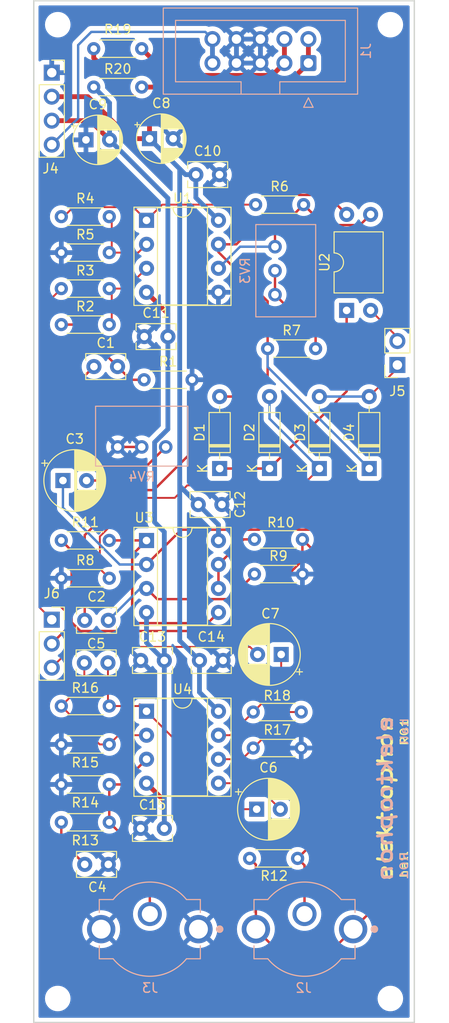
<source format=kicad_pcb>
(kicad_pcb (version 20221018) (generator pcbnew)
  (title_block (title "hall") (rev "1") (comment 1 "PCB  for main circuit") (comment 2 "(description)") (comment 4 "License CC BY 4.0 - Attribution 4.0 International"))
  (layers (0 "F.Cu" signal) (31 "B.Cu" signal) (34 "B.Paste" user) (35 "F.Paste" user) (36 "B.SilkS" user "B.Silkscreen") (37 "F.SilkS" user "F.Silkscreen") (38 "B.Mask" user) (39 "F.Mask" user) (44 "Edge.Cuts" user))
  (net 0 "")
  (net 1 "/IN")
  (net 2 "Net-(C1-Pad2)")
  (net 3 "Net-(U3A-+)")
  (net 4 "Net-(J2-Ext)")
  (net 5 "Net-(C3-Pad2)")
  (net 6 "Net-(C4-Pad1)")
  (net 7 "GND")
  (net 8 "Net-(U4A--)")
  (net 9 "Net-(C5-Pad2)")
  (net 10 "Net-(U4B-+)")
  (net 11 "Net-(C7-Pad1)")
  (net 12 "+15V")
  (net 13 "-15V")
  (net 14 "Net-(D1-K)")
  (net 15 "Net-(D1-A)")
  (net 16 "Net-(D2-A)")
  (net 17 "/LED1")
  (net 18 "/VN")
  (net 19 "/VP")
  (net 20 "+5V")
  (net 21 "Net-(J2-In)")
  (net 22 "Net-(J3-In)")
  (net 23 "/REVERB")
  (net 24 "/FB2")
  (net 25 "/LED2")
  (net 26 "Net-(U1A-+)")
  (net 27 "Net-(R4-Pad1)")
  (net 28 "Net-(U1A--)")
  (net 29 "Net-(U1B--)")
  (net 30 "Net-(U3B--)")
  (net 31 "Net-(U3B-+)")
  (net 32 "Net-(U4B--)")
  (net 33 "Net-(R7-Pad2)")
  (footprint "MountingHole:MountingHole_2.2mm_M2" (layer "F.Cu") (at 88.56 53.34)
    (fp_text reference "H2" hide)
    (fp_text value "H2" hide)
    (pad "" np_thru_hole circle locked (at 0 0) (size 2.2 2.2) (drill 2.2) (layers "*.Cu" "*.Mask"))
  )
  (footprint "MountingHole:MountingHole_2.2mm_M2" (layer "F.Cu") (at 53.34 156.44)
    (fp_text reference "H3" hide)
    (fp_text value "H3" hide)
    (pad "" np_thru_hole circle locked (at 0 0) (size 2.2 2.2) (drill 2.2) (layers "*.Cu" "*.Mask"))
  )
  (footprint "MountingHole:MountingHole_2.2mm_M2" (layer "F.Cu") (at 88.56 156.44)
    (fp_text reference "H4" hide)
    (fp_text value "H4" hide)
    (pad "" np_thru_hole circle locked (at 0 0) (size 2.2 2.2) (drill 2.2) (layers "*.Cu" "*.Mask"))
  )
  (footprint "Capacitor_THT:CP_Radial_D6.3mm_P2.50mm" (layer "F.Cu") (at 53.888 101.6)
    (fp_text reference "C3" (at 1.25 -4.4) (layer "F.SilkS"))
    (fp_text value "10u (NP)")
    (pad "1" thru_hole rect (at 0 0) (size 1.6 1.6) (drill 0.8) (layers "*.Cu" "*.Mask") (net 4 "Net-(J2-Ext)"))
    (pad "2" thru_hole circle (at 2.5 0) (size 1.6 1.6) (drill 0.8) (layers "*.Cu" "*.Mask") (net 5 "Net-(C3-Pad2)"))
  )
  (footprint "Connector_PinSocket_2.54mm:PinSocket_1x04_P2.54mm_Vertical" (layer "F.Cu") (at 52.705 58.42)
    (fp_text reference "J4" (at -0.127 10.16) (layer "F.SilkS"))
    (fp_text value "01x04 Female")
    (pad "1" thru_hole rect (at 0 0) (size 1.7 1.7) (drill 1) (layers "*.Cu" "*.Mask") (net 7 "GND"))
    (pad "2" thru_hole oval (at 0 2.54) (size 1.7 1.7) (drill 1) (layers "*.Cu" "*.Mask") (net 12 "+15V"))
    (pad "3" thru_hole oval (at 0 5.08) (size 1.7 1.7) (drill 1) (layers "*.Cu" "*.Mask") (net 13 "-15V"))
    (pad "4" thru_hole oval (at 0 7.62) (size 1.7 1.7) (drill 1) (layers "*.Cu" "*.Mask") (net 20 "+5V"))
  )
  (footprint "Diode_THT:D_DO-35_SOD27_P7.62mm_Horizontal" (layer "F.Cu") (at 75.763333 100.33 90)
    (fp_text reference "D2" (at 3.81 -2.12 90) (layer "F.SilkS"))
    (fp_text value "1N4148")
    (fp_text user "K" (at 0 -1.8 90) (layer "F.SilkS"))
    (pad "1" thru_hole rect (at 0 0 90) (size 1.6 1.6) (drill 0.8) (layers "*.Cu" "*.Mask") (net 14 "Net-(D1-K)"))
    (pad "2" thru_hole oval (at 7.62 0 90) (size 1.6 1.6) (drill 0.8) (layers "*.Cu" "*.Mask") (net 16 "Net-(D2-A)"))
  )
  (footprint "Package_DIP:DIP-8_W7.62mm_Socket" (layer "F.Cu") (at 62.738 74.051)
    (fp_text reference "U1" (at 3.81 -2.33) (layer "F.SilkS"))
    (fp_text value "NE5532")
    (pad "1" thru_hole rect (at 0 0) (size 1.6 1.6) (drill 0.8) (layers "*.Cu" "*.Mask") (net 27 "Net-(R4-Pad1)"))
    (pad "2" thru_hole oval (at 0 2.54) (size 1.6 1.6) (drill 0.8) (layers "*.Cu" "*.Mask") (net 28 "Net-(U1A--)"))
    (pad "3" thru_hole oval (at 0 5.08) (size 1.6 1.6) (drill 0.8) (layers "*.Cu" "*.Mask") (net 26 "Net-(U1A-+)"))
    (pad "4" thru_hole oval (at 0 7.62) (size 1.6 1.6) (drill 0.8) (layers "*.Cu" "*.Mask") (net 13 "-15V"))
    (pad "5" thru_hole oval (at 7.62 7.62) (size 1.6 1.6) (drill 0.8) (layers "*.Cu" "*.Mask") (net 7 "GND"))
    (pad "6" thru_hole oval (at 7.62 5.08) (size 1.6 1.6) (drill 0.8) (layers "*.Cu" "*.Mask") (net 29 "Net-(U1B--)"))
    (pad "7" thru_hole oval (at 7.62 2.54) (size 1.6 1.6) (drill 0.8) (layers "*.Cu" "*.Mask") (net 15 "Net-(D1-A)"))
    (pad "8" thru_hole oval (at 7.62 0) (size 1.6 1.6) (drill 0.8) (layers "*.Cu" "*.Mask") (net 12 "+15V"))
  )
  (footprint "Package_DIP:DIP-8_W7.62mm_Socket" (layer "F.Cu") (at 62.738 126.026)
    (fp_text reference "U4" (at 3.81 -2.33) (layer "F.SilkS"))
    (fp_text value "NE5532")
    (pad "1" thru_hole rect (at 0 0) (size 1.6 1.6) (drill 0.8) (layers "*.Cu" "*.Mask") (net 9 "Net-(C5-Pad2)"))
    (pad "2" thru_hole oval (at 0 2.54) (size 1.6 1.6) (drill 0.8) (layers "*.Cu" "*.Mask") (net 8 "Net-(U4A--)"))
    (pad "3" thru_hole oval (at 0 5.08) (size 1.6 1.6) (drill 0.8) (layers "*.Cu" "*.Mask") (net 22 "Net-(J3-In)"))
    (pad "4" thru_hole oval (at 0 7.62) (size 1.6 1.6) (drill 0.8) (layers "*.Cu" "*.Mask") (net 13 "-15V"))
    (pad "5" thru_hole oval (at 7.62 7.62) (size 1.6 1.6) (drill 0.8) (layers "*.Cu" "*.Mask") (net 10 "Net-(U4B-+)"))
    (pad "6" thru_hole oval (at 7.62 5.08) (size 1.6 1.6) (drill 0.8) (layers "*.Cu" "*.Mask") (net 32 "Net-(U4B--)"))
    (pad "7" thru_hole oval (at 7.62 2.54) (size 1.6 1.6) (drill 0.8) (layers "*.Cu" "*.Mask") (net 11 "Net-(C7-Pad1)"))
    (pad "8" thru_hole oval (at 7.62 0) (size 1.6 1.6) (drill 0.8) (layers "*.Cu" "*.Mask") (net 12 "+15V"))
  )
  (footprint "Capacitor_THT:C_Rect_L4.0mm_W2.5mm_P2.50mm" (layer "F.Cu") (at 62.504 86.36)
    (fp_text reference "C11" (at 1.25 -2.5) (layer "F.SilkS"))
    (fp_text value "100n")
    (pad "1" thru_hole circle (at 0 0) (size 1.6 1.6) (drill 0.8) (layers "*.Cu" "*.Mask") (net 7 "GND"))
    (pad "2" thru_hole circle (at 2.5 0) (size 1.6 1.6) (drill 0.8) (layers "*.Cu" "*.Mask") (net 13 "-15V"))
  )
  (footprint "Diode_THT:D_DO-35_SOD27_P7.62mm_Horizontal" (layer "F.Cu") (at 86.32 100.33 90)
    (fp_text reference "D4" (at 3.81 -2.12 90) (layer "F.SilkS"))
    (fp_text value "1N4148")
    (fp_text user "K" (at 0 -1.8 90) (layer "F.SilkS"))
    (pad "1" thru_hole rect (at 0 0 90) (size 1.6 1.6) (drill 0.8) (layers "*.Cu" "*.Mask") (net 15 "Net-(D1-A)"))
    (pad "2" thru_hole oval (at 7.62 0 90) (size 1.6 1.6) (drill 0.8) (layers "*.Cu" "*.Mask") (net 17 "/LED1"))
  )
  (footprint "Resistor_THT:R_Axial_DIN0204_L3.6mm_D1.6mm_P5.08mm_Horizontal" (layer "F.Cu") (at 53.715 125.476)
    (fp_text reference "R16" (at 2.54 -1.92) (layer "F.SilkS"))
    (fp_text value "22k")
    (pad "1" thru_hole circle (at 0 0) (size 1.4 1.4) (drill 0.7) (layers "*.Cu" "*.Mask") (net 8 "Net-(U4A--)"))
    (pad "2" thru_hole oval (at 5.08 0) (size 1.4 1.4) (drill 0.7) (layers "*.Cu" "*.Mask") (net 9 "Net-(C5-Pad2)"))
  )
  (footprint "Resistor_THT:R_Axial_DIN0204_L3.6mm_D1.6mm_P5.08mm_Horizontal" (layer "F.Cu") (at 58.795 111.94625 180)
    (fp_text reference "R8" (at 2.54 1.905) (layer "F.SilkS"))
    (fp_text value "100")
    (pad "1" thru_hole circle (at 0 0 180) (size 1.4 1.4) (drill 0.7) (layers "*.Cu" "*.Mask") (net 16 "Net-(D2-A)"))
    (pad "2" thru_hole oval (at 5.08 0 180) (size 1.4 1.4) (drill 0.7) (layers "*.Cu" "*.Mask") (net 7 "GND"))
  )
  (footprint "Resistor_THT:R_Axial_DIN0204_L3.6mm_D1.6mm_P5.08mm_Horizontal" (layer "F.Cu") (at 53.715 85.09)
    (fp_text reference "R2" (at 2.54 -1.92) (layer "F.SilkS"))
    (fp_text value "10k")
    (pad "1" thru_hole circle (at 0 0) (size 1.4 1.4) (drill 0.7) (layers "*.Cu" "*.Mask") (net 2 "Net-(C1-Pad2)"))
    (pad "2" thru_hole oval (at 5.08 0) (size 1.4 1.4) (drill 0.7) (layers "*.Cu" "*.Mask") (net 26 "Net-(U1A-+)"))
  )
  (footprint "Capacitor_THT:C_Rect_L4.0mm_W2.5mm_P2.50mm" (layer "F.Cu") (at 56.154 120.904)
    (fp_text reference "C5" (at 1.25 -2.032) (layer "F.SilkS"))
    (fp_text value "1n")
    (pad "1" thru_hole circle (at 0 0) (size 1.6 1.6) (drill 0.8) (layers "*.Cu" "*.Mask") (net 8 "Net-(U4A--)"))
    (pad "2" thru_hole circle (at 2.5 0) (size 1.6 1.6) (drill 0.8) (layers "*.Cu" "*.Mask") (net 9 "Net-(C5-Pad2)"))
  )
  (footprint "Capacitor_THT:C_Rect_L4.0mm_W2.5mm_P2.50mm" (layer "F.Cu") (at 68.219 104.14)
    (fp_text reference "C12" (at 4.425 0 90) (layer "F.SilkS"))
    (fp_text value "100n")
    (pad "1" thru_hole circle (at 0 0) (size 1.6 1.6) (drill 0.8) (layers "*.Cu" "*.Mask") (net 12 "+15V"))
    (pad "2" thru_hole circle (at 2.5 0) (size 1.6 1.6) (drill 0.8) (layers "*.Cu" "*.Mask") (net 7 "GND"))
  )
  (footprint "Capacitor_THT:CP_Radial_D6.3mm_P2.50mm" (layer "F.Cu") (at 77.00138 120.015 180)
    (fp_text reference "C7" (at 1.143 4.318 180) (layer "F.SilkS"))
    (fp_text value "10u (NP)")
    (pad "1" thru_hole rect (at 0 0 180) (size 1.6 1.6) (drill 0.8) (layers "*.Cu" "*.Mask") (net 11 "Net-(C7-Pad1)"))
    (pad "2" thru_hole circle (at 2.5 0 180) (size 1.6 1.6) (drill 0.8) (layers "*.Cu" "*.Mask") (net 23 "/REVERB"))
  )
  (footprint "Resistor_THT:R_Axial_DIN0204_L3.6mm_D1.6mm_P5.08mm_Horizontal" (layer "F.Cu") (at 74.295 72.39)
    (fp_text reference "R6" (at 2.54 -1.92) (layer "F.SilkS"))
    (fp_text value "10k")
    (pad "1" thru_hole circle (at 0 0) (size 1.4 1.4) (drill 0.7) (layers "*.Cu" "*.Mask") (net 27 "Net-(R4-Pad1)"))
    (pad "2" thru_hole oval (at 5.08 0) (size 1.4 1.4) (drill 0.7) (layers "*.Cu" "*.Mask") (net 29 "Net-(U1B--)"))
  )
  (footprint "Capacitor_THT:C_Rect_L4.0mm_W2.5mm_P2.50mm" (layer "F.Cu") (at 67.965 69.215)
    (fp_text reference "C10" (at 1.25 -2.5) (layer "F.SilkS"))
    (fp_text value "100n")
    (pad "1" thru_hole circle (at 0 0) (size 1.6 1.6) (drill 0.8) (layers "*.Cu" "*.Mask") (net 12 "+15V"))
    (pad "2" thru_hole circle (at 2.5 0) (size 1.6 1.6) (drill 0.8) (layers "*.Cu" "*.Mask") (net 7 "GND"))
  )
  (footprint "Package_DIP:DIP-4_W10.16mm" (layer "F.Cu") (at 83.932 83.586 90)
    (fp_text reference "U2" (at 5.08 -2.33 90) (layer "F.SilkS"))
    (fp_text value "type=\"X\" model=\"LCR-0202\" lib=\"\"")
    (pad "1" thru_hole rect (at 0 0 90) (size 1.6 1.6) (drill 0.8) (layers "*.Cu" "*.Mask") (net 14 "Net-(D1-K)"))
    (pad "2" thru_hole oval (at 0 2.54 90) (size 1.6 1.6) (drill 0.8) (layers "*.Cu" "*.Mask") (net 25 "/LED2"))
    (pad "3" thru_hole oval (at 10.16 2.54 90) (size 1.6 1.6) (drill 0.8) (layers "*.Cu" "*.Mask") (net 29 "Net-(U1B--)"))
    (pad "4" thru_hole oval (at 10.16 0 90) (size 1.6 1.6) (drill 0.8) (layers "*.Cu" "*.Mask") (net 15 "Net-(D1-A)"))
  )
  (footprint "Capacitor_THT:C_Rect_L4.0mm_W2.5mm_P2.50mm" (layer "F.Cu") (at 56.195 142.24)
    (fp_text reference "C4" (at 1.336 2.413) (layer "F.SilkS"))
    (fp_text value "10n")
    (pad "1" thru_hole circle (at 0 0) (size 1.6 1.6) (drill 0.8) (layers "*.Cu" "*.Mask") (net 6 "Net-(C4-Pad1)"))
    (pad "2" thru_hole circle (at 2.5 0) (size 1.6 1.6) (drill 0.8) (layers "*.Cu" "*.Mask") (net 7 "GND"))
  )
  (footprint "Resistor_THT:R_Axial_DIN0204_L3.6mm_D1.6mm_P5.08mm_Horizontal" (layer "F.Cu") (at 79.121 126.111 180)
    (fp_text reference "R18" (at 2.54 1.734181) (layer "F.SilkS"))
    (fp_text value "4.7k")
    (pad "1" thru_hole circle (at 0 0 180) (size 1.4 1.4) (drill 0.7) (layers "*.Cu" "*.Mask") (net 32 "Net-(U4B--)"))
    (pad "2" thru_hole oval (at 5.08 0 180) (size 1.4 1.4) (drill 0.7) (layers "*.Cu" "*.Mask") (net 11 "Net-(C7-Pad1)"))
  )
  (footprint "Resistor_THT:R_Axial_DIN0204_L3.6mm_D1.6mm_P5.08mm_Horizontal" (layer "F.Cu") (at 58.795 133.7775 180)
    (fp_text reference "R14" (at 2.54 -1.92) (layer "F.SilkS"))
    (fp_text value "220k")
    (pad "1" thru_hole circle (at 0 0 180) (size 1.4 1.4) (drill 0.7) (layers "*.Cu" "*.Mask") (net 22 "Net-(J3-In)"))
    (pad "2" thru_hole oval (at 5.08 0 180) (size 1.4 1.4) (drill 0.7) (layers "*.Cu" "*.Mask") (net 7 "GND"))
  )
  (footprint "Capacitor_THT:CP_Radial_D6.3mm_P2.50mm" (layer "F.Cu") (at 74.404621 136.398)
    (fp_text reference "C6" (at 1.25 -4.4) (layer "F.SilkS"))
    (fp_text value "10u (NP)")
    (pad "1" thru_hole rect (at 0 0) (size 1.6 1.6) (drill 0.8) (layers "*.Cu" "*.Mask") (net 9 "Net-(C5-Pad2)"))
    (pad "2" thru_hole circle (at 2.5 0) (size 1.6 1.6) (drill 0.8) (layers "*.Cu" "*.Mask") (net 10 "Net-(U4B-+)"))
  )
  (footprint "Capacitor_THT:C_Rect_L4.0mm_W2.5mm_P2.50mm" (layer "F.Cu") (at 62.123 138.43)
    (fp_text reference "C15" (at 1.25 -2.5) (layer "F.SilkS"))
    (fp_text value "100n")
    (pad "1" thru_hole circle (at 0 0) (size 1.6 1.6) (drill 0.8) (layers "*.Cu" "*.Mask") (net 7 "GND"))
    (pad "2" thru_hole circle (at 2.5 0) (size 1.6 1.6) (drill 0.8) (layers "*.Cu" "*.Mask") (net 13 "-15V"))
  )
  (footprint "Connector_PinSocket_2.54mm:PinSocket_1x02_P2.54mm_Vertical" (layer "F.Cu") (at 89.306 89.368 180)
    (fp_text reference "J5" (at 0 -2.77) (layer "F.SilkS"))
    (fp_text value "01x02 Female")
    (pad "1" thru_hole rect (at 0 0 180) (size 1.7 1.7) (drill 1) (layers "*.Cu" "*.Mask") (net 17 "/LED1"))
    (pad "2" thru_hole oval (at 0 2.54 180) (size 1.7 1.7) (drill 1) (layers "*.Cu" "*.Mask") (net 25 "/LED2"))
  )
  (footprint "Resistor_THT:R_Axial_DIN0204_L3.6mm_D1.6mm_P5.08mm_Horizontal" (layer "F.Cu") (at 53.715 107.94)
    (fp_text reference "R11" (at 2.54 -1.92) (layer "F.SilkS"))
    (fp_text value "10")
    (pad "1" thru_hole circle (at 0 0) (size 1.4 1.4) (drill 0.7) (layers "*.Cu" "*.Mask") (net 21 "Net-(J2-In)"))
    (pad "2" thru_hole oval (at 5.08 0) (size 1.4 1.4) (drill 0.7) (layers "*.Cu" "*.Mask") (net 31 "Net-(U3B-+)"))
  )
  (footprint "Diode_THT:D_DO-35_SOD27_P7.62mm_Horizontal" (layer "F.Cu") (at 70.485 100.33 90)
    (fp_text reference "D1" (at 3.81 -2.12 90) (layer "F.SilkS"))
    (fp_text value "1N4148")
    (fp_text user "K" (at 0 -1.8 90) (layer "F.SilkS"))
    (pad "1" thru_hole rect (at 0 0 90) (size 1.6 1.6) (drill 0.8) (layers "*.Cu" "*.Mask") (net 14 "Net-(D1-K)"))
    (pad "2" thru_hole oval (at 7.62 0 90) (size 1.6 1.6) (drill 0.8) (layers "*.Cu" "*.Mask") (net 15 "Net-(D1-A)"))
  )
  (footprint "Capacitor_THT:C_Rect_L4.0mm_W2.5mm_P2.50mm" (layer "F.Cu") (at 56.195 116.4025)
    (fp_text reference "C2" (at 1.25 -2.5) (layer "F.SilkS"))
    (fp_text value "100n")
    (pad "1" thru_hole circle (at 0 0) (size 1.6 1.6) (drill 0.8) (layers "*.Cu" "*.Mask") (net 15 "Net-(D1-A)"))
    (pad "2" thru_hole circle (at 2.5 0) (size 1.6 1.6) (drill 0.8) (layers "*.Cu" "*.Mask") (net 3 "Net-(U3A-+)"))
  )
  (footprint "Capacitor_THT:C_Rect_L4.0mm_W2.5mm_P2.50mm" (layer "F.Cu") (at 68.346 120.65)
    (fp_text reference "C14" (at 1.25 -2.5) (layer "F.SilkS"))
    (fp_text value "100n")
    (pad "1" thru_hole circle (at 0 0) (size 1.6 1.6) (drill 0.8) (layers "*.Cu" "*.Mask") (net 12 "+15V"))
    (pad "2" thru_hole circle (at 2.5 0) (size 1.6 1.6) (drill 0.8) (layers "*.Cu" "*.Mask") (net 7 "GND"))
  )
  (footprint "MountingHole:MountingHole_2.2mm_M2" (layer "F.Cu") (at 53.34 53.34)
    (fp_text reference "H1" hide)
    (fp_text value "H1")
    (pad "" np_thru_hole circle (at 0 0) (size 2.2 2.2) (drill 2.2) (layers "*.Cu" "*.Mask"))
  )
  (footprint "Resistor_THT:R_Axial_DIN0204_L3.6mm_D1.6mm_P5.08mm_Horizontal" (layer "F.Cu") (at 58.795 129.54 180)
    (fp_text reference "R15" (at 2.54 -1.92) (layer "F.SilkS"))
    (fp_text value "100")
    (pad "1" thru_hole circle (at 0 0 180) (size 1.4 1.4) (drill 0.7) (layers "*.Cu" "*.Mask") (net 8 "Net-(U4A--)"))
    (pad "2" thru_hole oval (at 5.08 0 180) (size 1.4 1.4) (drill 0.7) (layers "*.Cu" "*.Mask") (net 7 "GND"))
  )
  (footprint "Connector_PinSocket_2.54mm:PinSocket_1x03_P2.54mm_Vertical" (layer "F.Cu") (at 52.705 116.332)
    (fp_text reference "J6" (at 0 -2.77) (layer "F.SilkS"))
    (fp_text value "01x03 Female")
    (pad "1" thru_hole rect (at 0 0) (size 1.7 1.7) (drill 1) (layers "*.Cu" "*.Mask") (net 24 "/FB2"))
    (pad "2" thru_hole oval (at 0 2.54) (size 1.7 1.7) (drill 1) (layers "*.Cu" "*.Mask") (net 1 "/IN"))
    (pad "3" thru_hole oval (at 0 5.08) (size 1.7 1.7) (drill 1) (layers "*.Cu" "*.Mask") (net 23 "/REVERB"))
  )
  (footprint "Resistor_THT:R_Axial_DIN0204_L3.6mm_D1.6mm_P5.08mm_Horizontal" (layer "F.Cu") (at 62.23 55.88 180)
    (fp_text reference "R19" (at 2.54 2.032) (layer "F.SilkS"))
    (fp_text value "10")
    (pad "1" thru_hole circle (at 0 0 180) (size 1.4 1.4) (drill 0.7) (layers "*.Cu" "*.Mask") (net 19 "/VP"))
    (pad "2" thru_hole oval (at 5.08 0 180) (size 1.4 1.4) (drill 0.7) (layers "*.Cu" "*.Mask") (net 12 "+15V"))
  )
  (footprint "Diode_THT:D_DO-35_SOD27_P7.62mm_Horizontal" (layer "F.Cu") (at 81.041666 100.33 90)
    (fp_text reference "D3" (at 3.81 -2.038 90) (layer "F.SilkS"))
    (fp_text value "1N4148")
    (fp_text user "K" (at 0 -1.8 90) (layer "F.SilkS"))
    (pad "1" thru_hole rect (at 0 0 90) (size 1.6 1.6) (drill 0.8) (layers "*.Cu" "*.Mask") (net 16 "Net-(D2-A)"))
    (pad "2" thru_hole oval (at 7.62 0 90) (size 1.6 1.6) (drill 0.8) (layers "*.Cu" "*.Mask") (net 17 "/LED1"))
  )
  (footprint "Resistor_THT:R_Axial_DIN0204_L3.6mm_D1.6mm_P5.08mm_Horizontal" (layer "F.Cu") (at 58.795 137.78375 180)
    (fp_text reference "R13" (at 2.54 -1.92) (layer "F.SilkS"))
    (fp_text value "10k")
    (pad "1" thru_hole circle (at 0 0 180) (size 1.4 1.4) (drill 0.7) (layers "*.Cu" "*.Mask") (net 22 "Net-(J3-In)"))
    (pad "2" thru_hole oval (at 5.08 0 180) (size 1.4 1.4) (drill 0.7) (layers "*.Cu" "*.Mask") (net 6 "Net-(C4-Pad1)"))
  )
  (footprint "Resistor_THT:R_Axial_DIN0204_L3.6mm_D1.6mm_P5.08mm_Horizontal" (layer "F.Cu") (at 57.15 59.944)
    (fp_text reference "R20" (at 2.54 -1.92) (layer "F.SilkS"))
    (fp_text value "10")
    (pad "1" thru_hole circle (at 0 0) (size 1.4 1.4) (drill 0.7) (layers "*.Cu" "*.Mask") (net 13 "-15V"))
    (pad "2" thru_hole oval (at 5.08 0) (size 1.4 1.4) (drill 0.7) (layers "*.Cu" "*.Mask") (net 18 "/VN"))
  )
  (footprint "Resistor_THT:R_Axial_DIN0204_L3.6mm_D1.6mm_P5.08mm_Horizontal" (layer "F.Cu") (at 62.484 90.932)
    (fp_text reference "R1" (at 2.54 -1.92) (layer "F.SilkS"))
    (fp_text value "100k")
    (pad "1" thru_hole circle (at 0 0) (size 1.4 1.4) (drill 0.7) (layers "*.Cu" "*.Mask") (net 2 "Net-(C1-Pad2)"))
    (pad "2" thru_hole oval (at 5.08 0) (size 1.4 1.4) (drill 0.7) (layers "*.Cu" "*.Mask") (net 7 "GND"))
  )
  (footprint "Capacitor_THT:C_Rect_L4.0mm_W2.5mm_P2.50mm" (layer "F.Cu") (at 57.17 89.535)
    (fp_text reference "C1" (at 1.25 -2.5) (layer "F.SilkS"))
    (fp_text value "100n")
    (pad "1" thru_hole circle (at 0 0) (size 1.6 1.6) (drill 0.8) (layers "*.Cu" "*.Mask") (net 1 "/IN"))
    (pad "2" thru_hole circle (at 2.5 0) (size 1.6 1.6) (drill 0.8) (layers "*.Cu" "*.Mask") (net 2 "Net-(C1-Pad2)"))
  )
  (footprint "Capacitor_THT:CP_Radial_D5.0mm_P2.50mm" (layer "F.Cu") (at 56.325888 65.532)
    (fp_text reference "C9" (at 1.25 -3.75) (layer "F.SilkS"))
    (fp_text value "10u")
    (pad "1" thru_hole rect (at 0 0) (size 1.6 1.6) (drill 0.8) (layers "*.Cu" "*.Mask") (net 7 "GND"))
    (pad "2" thru_hole circle (at 2.5 0) (size 1.6 1.6) (drill 0.8) (layers "*.Cu" "*.Mask") (net 13 "-15V"))
  )
  (footprint "elektrophon:elektrophon logo" (layer "F.Cu") (at 89.027 135.255 90)
    (fp_text reference "REF**" hide)
    (fp_text value "elektrophon logo" hide)
    (fp_text user "elektrophon" (at 0 -1.016 90) (layer "B.SilkS") (effects (font (size 1.5 2) (thickness 0.3) italic) (justify mirror)))
    (fp_text user "R01" (at -8.68 0.99 90) (layer "B.SilkS") (effects (font (size 0.8 1)) (justify right mirror)))
    (fp_text user "hall" (at 8.62 1.02 90) (layer "B.SilkS") (effects (font (size 0.8 1)) (justify left mirror)))
    (fp_text user "hall" (at -8.54 0.99 90) (layer "F.SilkS") (effects (font (size 0.8 1)) (justify left)))
    (fp_text user "R01" (at 8.58 1.02 90) (layer "F.SilkS") (effects (font (size 0.8 1)) (justify right)))
    (fp_text user "elektrophon" (at 0 -1.016 90) (layer "F.SilkS") (effects (font (size 1.5 2) (thickness 0.3) italic)))
  )
  (footprint "Resistor_THT:R_Axial_DIN0204_L3.6mm_D1.6mm_P5.08mm_Horizontal" (layer "F.Cu") (at 74.041 129.921)
    (fp_text reference "R17" (at 2.54 -1.92) (layer "F.SilkS"))
    (fp_text value "2.2k")
    (pad "1" thru_hole circle (at 0 0) (size 1.4 1.4) (drill 0.7) (layers "*.Cu" "*.Mask") (net 32 "Net-(U4B--)"))
    (pad "2" thru_hole oval (at 5.08 0) (size 1.4 1.4) (drill 0.7) (layers "*.Cu" "*.Mask") (net 7 "GND"))
  )
  (footprint "Capacitor_THT:C_Rect_L4.0mm_W2.5mm_P2.50mm" (layer "F.Cu") (at 62.123 120.65)
    (fp_text reference "C13" (at 1.25 -2.5) (layer "F.SilkS"))
    (fp_text value "100n")
    (pad "1" thru_hole circle (at 0 0) (size 1.6 1.6) (drill 0.8) (layers "*.Cu" "*.Mask") (net 7 "GND"))
    (pad "2" thru_hole circle (at 2.5 0) (size 1.6 1.6) (drill 0.8) (layers "*.Cu" "*.Mask") (net 13 "-15V"))
  )
  (footprint "Resistor_THT:R_Axial_DIN0204_L3.6mm_D1.6mm_P5.08mm_Horizontal" (layer "F.Cu") (at 75.565 87.63)
    (fp_text reference "R7" (at 2.54 -1.92) (layer "F.SilkS"))
    (fp_text value "1k")
    (pad "1" thru_hole circle (at 0 0) (size 1.4 1.4) (drill 0.7) (layers "*.Cu" "*.Mask") (net 15 "Net-(D1-A)"))
    (pad "2" thru_hole oval (at 5.08 0) (size 1.4 1.4) (drill 0.7) (layers "*.Cu" "*.Mask") (net 33 "Net-(R7-Pad2)"))
  )
  (footprint "Package_DIP:DIP-8_W7.62mm_Socket" (layer "F.Cu") (at 62.738 107.95)
    (fp_text reference "U3" (at -0.254 -2.413) (layer "F.SilkS"))
    (fp_text value "NE5532")
    (pad "1" thru_hole rect (at 0 0) (size 1.6 1.6) (drill 0.8) (layers "*.Cu" "*.Mask") (net 31 "Net-(U3B-+)"))
    (pad "2" thru_hole oval (at 0 2.54) (size 1.6 1.6) (drill 0.8) (layers "*.Cu" "*.Mask") (net 4 "Net-(J2-Ext)"))
    (pad "3" thru_hole oval (at 0 5.08) (size 1.6 1.6) (drill 0.8) (layers "*.Cu" "*.Mask") (net 3 "Net-(U3A-+)"))
    (pad "4" thru_hole oval (at 0 7.62) (size 1.6 1.6) (drill 0.8) (layers "*.Cu" "*.Mask") (net 13 "-15V"))
    (pad "5" thru_hole oval (at 7.62 7.62) (size 1.6 1.6) (drill 0.8) (layers "*.Cu" "*.Mask") (net 31 "Net-(U3B-+)"))
    (pad "6" thru_hole oval (at 7.62 5.08) (size 1.6 1.6) (drill 0.8) (layers "*.Cu" "*.Mask") (net 30 "Net-(U3B--)"))
    (pad "7" thru_hole oval (at 7.62 2.54) (size 1.6 1.6) (drill 0.8) (layers "*.Cu" "*.Mask") (net 30 "Net-(U3B--)"))
    (pad "8" thru_hole oval (at 7.62 0) (size 1.6 1.6) (drill 0.8) (layers "*.Cu" "*.Mask") (net 12 "+15V"))
  )
  (footprint "Resistor_THT:R_Axial_DIN0204_L3.6mm_D1.6mm_P5.08mm_Horizontal" (layer "F.Cu") (at 74.168 111.506)
    (fp_text reference "R9" (at 2.54 -1.92) (layer "F.SilkS"))
    (fp_text value "10k")
    (pad "1" thru_hole circle (at 0 0) (size 1.4 1.4) (drill 0.7) (layers "*.Cu" "*.Mask") (net 3 "Net-(U3A-+)"))
    (pad "2" thru_hole oval (at 5.08 0) (size 1.4 1.4) (drill 0.7) (layers "*.Cu" "*.Mask") (net 7 "GND"))
  )
  (footprint "Resistor_THT:R_Axial_DIN0204_L3.6mm_D1.6mm_P5.08mm_Horizontal" (layer "F.Cu") (at 58.795 81.28 180)
    (fp_text reference "R3" (at 2.54 1.905) (layer "F.SilkS"))
    (fp_text value "10k")
    (pad "1" thru_hole circle (at 0 0 180) (size 1.4 1.4) (drill 0.7) (layers "*.Cu" "*.Mask") (net 26 "Net-(U1A-+)"))
    (pad "2" thru_hole oval (at 5.08 0 180) (size 1.4 1.4) (drill 0.7) (layers "*.Cu" "*.Mask") (net 24 "/FB2"))
  )
  (footprint "Resistor_THT:R_Axial_DIN0204_L3.6mm_D1.6mm_P5.08mm_Horizontal" (layer "F.Cu") (at 74.168 107.833)
    (fp_text reference "R10" (at 2.794 -1.788) (layer "F.SilkS"))
    (fp_text value "10")
    (pad "1" thru_hole circle (at 0 0) (size 1.4 1.4) (drill 0.7) (layers "*.Cu" "*.Mask") (net 30 "Net-(U3B--)"))
    (pad "2" thru_hole oval (at 5.08 0) (size 1.4 1.4) (drill 0.7) (layers "*.Cu" "*.Mask") (net 21 "Net-(J2-In)"))
  )
  (footprint "Capacitor_THT:CP_Radial_D5.0mm_P2.50mm" (layer "F.Cu") (at 63.056888 65.405)
    (fp_text reference "C8" (at 1.25 -3.75) (layer "F.SilkS"))
    (fp_text value "10u")
    (pad "1" thru_hole rect (at 0 0) (size 1.6 1.6) (drill 0.8) (layers "*.Cu" "*.Mask") (net 12 "+15V"))
    (pad "2" thru_hole circle (at 2.5 0) (size 1.6 1.6) (drill 0.8) (layers "*.Cu" "*.Mask") (net 7 "GND"))
  )
  (footprint "Resistor_THT:R_Axial_DIN0204_L3.6mm_D1.6mm_P5.08mm_Horizontal" (layer "F.Cu") (at 53.715 73.66)
    (fp_text reference "R4" (at 2.54 -1.92) (layer "F.SilkS"))
    (fp_text value "10k")
    (pad "1" thru_hole circle (at 0 0) (size 1.4 1.4) (drill 0.7) (layers "*.Cu" "*.Mask") (net 27 "Net-(R4-Pad1)"))
    (pad "2" thru_hole oval (at 5.08 0) (size 1.4 1.4) (drill 0.7) (layers "*.Cu" "*.Mask") (net 28 "Net-(U1A--)"))
  )
  (footprint "Resistor_THT:R_Axial_DIN0204_L3.6mm_D1.6mm_P5.08mm_Horizontal" (layer "F.Cu") (at 58.795 77.47 180)
    (fp_text reference "R5" (at 2.54 1.905) (layer "F.SilkS"))
    (fp_text value "100k")
    (pad "1" thru_hole circle (at 0 0 180) (size 1.4 1.4) (drill 0.7) (layers "*.Cu" "*.Mask") (net 28 "Net-(U1A--)"))
    (pad "2" thru_hole oval (at 5.08 0 180) (size 1.4 1.4) (drill 0.7) (layers "*.Cu" "*.Mask") (net 7 "GND"))
  )
  (footprint "Resistor_THT:R_Axial_DIN0204_L3.6mm_D1.6mm_P5.08mm_Horizontal" (layer "F.Cu") (at 73.66 141.605)
    (fp_text reference "R12" (at 2.5908 1.8542) (layer "F.SilkS"))
    (fp_text value "12k")
    (pad "1" thru_hole circle (at 0 0) (size 1.4 1.4) (drill 0.7) (layers "*.Cu" "*.Mask") (net 4 "Net-(J2-Ext)"))
    (pad "2" thru_hole oval (at 5.08 0) (size 1.4 1.4) (drill 0.7) (layers "*.Cu" "*.Mask") (net 21 "Net-(J2-In)"))
  )
  (footprint "elektrophon:CUI_RCJ-026" (layer "B.Cu") (at 63.0875 149.098 180)
    (fp_text reference "J3" (at -0.0315 -6.223) (layer "B.SilkS") (effects (font (size 1.000929 1.000929)) (justify mirror)))
    (fp_text value "RCJ-022")
    (pad "1" thru_hole circle (at 0 1.6 180) (size 2.55 2.55) (drill 1.7) (layers "*.Cu" "*.Mask") (net 22 "Net-(J3-In)"))
    (pad "2" thru_hole circle (at -5.15 0 180) (size 3 3) (drill 2) (layers "*.Cu" "*.Mask") (net 7 "GND"))
    (pad "2" thru_hole circle (at 5.15 0 180) (size 3 3) (drill 2) (layers "*.Cu" "*.Mask") (net 7 "GND"))
  )
  (footprint "Potentiometer_THT:Potentiometer_Bourns_3299W_Vertical" (layer "B.Cu") (at 76.345 81.925 -90)
    (fp_text reference "RV3" (at -2.54 3.16 90) (layer "B.SilkS") (effects (justify mirror)))
    (fp_text value "100k")
    (pad "1" thru_hole circle (at 0 0 270) (size 1.44 1.44) (drill 0.8) (layers "*.Cu" "*.Mask") (net 33 "Net-(R7-Pad2)"))
    (pad "2" thru_hole circle (at -2.54 0 270) (size 1.44 1.44) (drill 0.8) (layers "*.Cu" "*.Mask") (net 33 "Net-(R7-Pad2)"))
    (pad "3" thru_hole circle (at -5.08 0 270) (size 1.44 1.44) (drill 0.8) (layers "*.Cu" "*.Mask") (net 29 "Net-(U1B--)"))
  )
  (footprint "Potentiometer_THT:Potentiometer_Bourns_3299W_Vertical" (layer "B.Cu") (at 64.77 98.044)
    (fp_text reference "RV4" (at -2.54 3.16) (layer "B.SilkS") (effects (justify mirror)))
    (fp_text value "10k")
    (pad "1" thru_hole circle (at 0 0) (size 1.44 1.44) (drill 0.8) (layers "*.Cu" "*.Mask") (net 5 "Net-(C3-Pad2)"))
    (pad "2" thru_hole circle (at -2.54 0) (size 1.44 1.44) (drill 0.8) (layers "*.Cu" "*.Mask") (net 7 "GND"))
    (pad "3" thru_hole circle (at -5.08 0) (size 1.44 1.44) (drill 0.8) (layers "*.Cu" "*.Mask") (net 7 "GND"))
  )
  (footprint "elektrophon:CUI_RCJ-026" (layer "B.Cu") (at 79.4705 149.098 180)
    (fp_text reference "J2" (at 0.0955 -6.223) (layer "B.SilkS") (effects (font (size 1.000929 1.000929)) (justify mirror)))
    (fp_text value "RCJ-021")
    (pad "1" thru_hole circle (at 0 1.6 180) (size 2.55 2.55) (drill 1.7) (layers "*.Cu" "*.Mask") (net 21 "Net-(J2-In)"))
    (pad "2" thru_hole circle (at -5.15 0 180) (size 3 3) (drill 2) (layers "*.Cu" "*.Mask") (net 4 "Net-(J2-Ext)"))
    (pad "2" thru_hole circle (at 5.15 0 180) (size 3 3) (drill 2) (layers "*.Cu" "*.Mask") (net 4 "Net-(J2-Ext)"))
  )
  (footprint "Connector_IDC:IDC-Header_2x05_P2.54mm_Vertical" (layer "B.Cu") (at 79.883 57.404 90)
    (fp_text reference "J1" (at 1.27 6.1 90) (layer "B.SilkS") (effects (justify mirror)))
    (fp_text value "IDC_Header")
    (pad "1" thru_hole roundrect (at 0 0 90) (size 1.7 1.7) (drill 1) (layers "*.Cu" "*.Mask") (roundrect_rratio 0.1470588235) (net 18 "/VN"))
    (pad "2" thru_hole circle (at 2.54 0 90) (size 1.7 1.7) (drill 1) (layers "*.Cu" "*.Mask") (net 18 "/VN"))
    (pad "3" thru_hole circle (at 0 -2.54 90) (size 1.7 1.7) (drill 1) (layers "*.Cu" "*.Mask") (net 19 "/VP"))
    (pad "4" thru_hole circle (at 2.54 -2.54 90) (size 1.7 1.7) (drill 1) (layers "*.Cu" "*.Mask") (net 19 "/VP"))
    (pad "5" thru_hole circle (at 0 -5.08 90) (size 1.7 1.7) (drill 1) (layers "*.Cu" "*.Mask") (net 7 "GND"))
    (pad "6" thru_hole circle (at 2.54 -5.08 90) (size 1.7 1.7) (drill 1) (layers "*.Cu" "*.Mask") (net 7 "GND"))
    (pad "7" thru_hole circle (at 0 -7.62 90) (size 1.7 1.7) (drill 1) (layers "*.Cu" "*.Mask") (net 7 "GND"))
    (pad "8" thru_hole circle (at 2.54 -7.62 90) (size 1.7 1.7) (drill 1) (layers "*.Cu" "*.Mask") (net 7 "GND"))
    (pad "9" thru_hole circle (at 0 -10.16 90) (size 1.7 1.7) (drill 1) (layers "*.Cu" "*.Mask") (net 20 "+5V"))
    (pad "10" thru_hole circle (at 2.54 -10.16 90) (size 1.7 1.7) (drill 1) (layers "*.Cu" "*.Mask") (net 20 "+5V"))
  )
  (gr_line (start 50.8 50.8) (end 50.8 158.98) (stroke (width 0.15)) (layer "Edge.Cuts"))
  (gr_line (start 50.8 50.8) (end 91.1 50.8) (stroke (width 0.15)) (layer "Edge.Cuts"))
  (gr_line (start 91.1 158.98) (end 50.8 158.98) (stroke (width 0.15)) (layer "Edge.Cuts"))
  (gr_line (start 91.1 50.8) (end 91.1 158.98) (stroke (width 0.15)) (layer "Edge.Cuts"))
  (segment (start 51.827 94.878) (end 57.17 89.535) (width 0.254) (layer "F.Cu") (net 1))
  (segment (start 54.356 117.221) (end 54.356 115.629) (width 0.254) (layer "F.Cu") (net 1))
  (segment (start 52.705 118.872) (end 54.356 117.221) (width 0.254) (layer "F.Cu") (net 1))
  (segment (start 51.827 113.1) (end 51.827 94.878) (width 0.254) (layer "F.Cu") (net 1))
  (segment (start 54.356 115.629) (end 51.827 113.1) (width 0.254) (layer "F.Cu") (net 1))
  (segment (start 62.484 90.932) (end 61.067 90.932) (width 0.254) (layer "F.Cu") (net 2))
  (segment (start 61.067 90.932) (end 59.67 89.535) (width 0.254) (layer "F.Cu") (net 2))
  (segment (start 59.67 89.535) (end 55.225 85.09) (width 0.254) (layer "F.Cu") (net 2))
  (segment (start 55.225 85.09) (end 53.715 85.09) (width 0.254) (layer "F.Cu") (net 2))
  (segment (start 63.865 114.157) (end 62.738 113.03) (width 0.254) (layer "F.Cu") (net 3))
  (segment (start 71.517 114.157) (end 63.865 114.157) (width 0.254) (layer "F.Cu") (net 3))
  (segment (start 74.168 111.506) (end 71.517 114.157) (width 0.254) (layer "F.Cu") (net 3))
  (segment (start 62.0675 113.03) (end 62.738 113.03) (width 0.254) (layer "B.Cu") (net 3))
  (segment (start 58.695 116.4025) (end 62.0675 113.03) (width 0.254) (layer "B.Cu") (net 3))
  (segment (start 88.646 115.062) (end 88.646 145.0725) (width 0.254) (layer "F.Cu") (net 4))
  (segment (start 83.1205 150.598) (end 75.8205 150.598) (width 0.254) (layer "F.Cu") (net 4))
  (segment (start 62.738 110.49) (end 66.422 106.806) (width 0.254) (layer "F.Cu") (net 4))
  (segment (start 88.646 145.0725) (end 84.6205 149.098) (width 0.254) (layer "F.Cu") (net 4))
  (segment (start 75.8205 150.598) (end 74.3205 149.098) (width 0.254) (layer "F.Cu") (net 4))
  (segment (start 74.3205 142.2655) (end 73.66 141.605) (width 0.254) (layer "F.Cu") (net 4))
  (segment (start 66.422 106.806) (end 80.39 106.806) (width 0.254) (layer "F.Cu") (net 4))
  (segment (start 74.3205 149.098) (end 74.3205 142.2655) (width 0.254) (layer "F.Cu") (net 4))
  (segment (start 84.6205 149.098) (end 83.1205 150.598) (width 0.254) (layer "F.Cu") (net 4))
  (segment (start 80.39 106.806) (end 88.646 115.062) (width 0.254) (layer "F.Cu") (net 4))
  (segment (start 59.892602 110.49) (end 53.888 104.485398) (width 0.254) (layer "B.Cu") (net 4))
  (segment (start 62.738 110.49) (end 59.892602 110.49) (width 0.254) (layer "B.Cu") (net 4))
  (segment (start 53.888 104.485398) (end 53.888 101.6) (width 0.254) (layer "B.Cu") (net 4))
  (segment (start 64.77 98.044) (end 61.214 101.6) (width 0.254) (layer "F.Cu") (net 5))
  (segment (start 61.214 101.6) (end 56.388 101.6) (width 0.254) (layer "F.Cu") (net 5))
  (segment (start 53.715 139.76) (end 56.195 142.24) (width 0.254) (layer "F.Cu") (net 6))
  (segment (start 53.715 137.78375) (end 53.715 139.76) (width 0.254) (layer "F.Cu") (net 6))
  (segment (start 62.23 98.044) (end 59.69 98.044) (width 0.254) (layer "F.Cu") (net 7))
  (segment (start 74.803 57.404) (end 72.263 57.404) (width 0.508) (layer "B.Cu") (net 7))
  (segment (start 72.263 54.864) (end 72.263 57.404) (width 0.508) (layer "B.Cu") (net 7))
  (segment (start 52.705 56.787997) (end 56.671997 52.821) (width 0.508) (layer "B.Cu") (net 7))
  (segment (start 70.22 52.821) (end 72.263 54.864) (width 0.508) (layer "B.Cu") (net 7))
  (segment (start 74.803 57.404) (end 74.803 54.864) (width 0.508) (layer "B.Cu") (net 7))
  (segment (start 52.705 58.42) (end 52.705 56.787997) (width 0.508) (layer "B.Cu") (net 7))
  (segment (start 74.803 54.864) (end 72.263 54.864) (width 0.508) (layer "B.Cu") (net 7))
  (segment (start 56.671997 52.821) (end 70.22 52.821) (width 0.508) (layer "B.Cu") (net 7))
  (segment (start 56.154 120.904) (end 56.154 123.037) (width 0.2) (layer "F.Cu") (net 8))
  (segment (start 62.738 128.566) (end 59.769 128.566) (width 0.2) (layer "F.Cu") (net 8))
  (segment (start 57.779 129.54) (end 53.715 125.476) (width 0.2) (layer "F.Cu") (net 8))
  (segment (start 56.154 123.037) (end 53.715 125.476) (width 0.2) (layer "F.Cu") (net 8))
  (segment (start 59.769 128.566) (end 58.795 129.54) (width 0.2) (layer "F.Cu") (net 8))
  (segment (start 58.795 129.54) (end 57.779 129.54) (width 0.2) (layer "F.Cu") (net 8))
  (segment (start 67.564 130.852) (end 62.738 126.026) (width 0.2) (layer "F.Cu") (net 9))
  (segment (start 67.564 134.493) (end 67.564 130.852) (width 0.2) (layer "F.Cu") (net 9))
  (segment (start 62.027 125.315) (end 62.738 126.026) (width 0.254) (layer "F.Cu") (net 9))
  (segment (start 69.469 136.398) (end 67.564 134.493) (width 0.2) (layer "F.Cu") (net 9))
  (segment (start 58.654 125.335) (end 58.795 125.476) (width 0.2) (layer "F.Cu") (net 9))
  (segment (start 62.188 125.476) (end 62.738 126.026) (width 0.2) (layer "F.Cu") (net 9))
  (segment (start 58.795 125.476) (end 62.188 125.476) (width 0.2) (layer "F.Cu") (net 9))
  (segment (start 58.654 120.904) (end 58.654 125.335) (width 0.2) (layer "F.Cu") (net 9))
  (segment (start 74.404621 136.398) (end 69.469 136.398) (width 0.2) (layer "F.Cu") (net 9))
  (segment (start 76.904621 136.398) (end 74.152621 133.646) (width 0.2) (layer "F.Cu") (net 10))
  (segment (start 74.152621 133.646) (end 70.358 133.646) (width 0.2) (layer "F.Cu") (net 10))
  (segment (start 74.041 126.111) (end 77.00138 123.15062) (width 0.2) (layer "F.Cu") (net 11))
  (segment (start 71.586 128.566) (end 74.041 126.111) (width 0.2) (layer "F.Cu") (net 11))
  (segment (start 77.00138 123.15062) (end 77.00138 120.015) (width 0.2) (layer "F.Cu") (net 11))
  (segment (start 70.358 128.566) (end 71.586 128.566) (width 0.2) (layer "F.Cu") (net 11))
  (segment (start 60.978997 65.405) (end 56.533997 60.96) (width 0.508) (layer "F.Cu") (net 12))
  (segment (start 57.15 55.88) (end 57.15 56.869949) (width 0.508) (layer "F.Cu") (net 12))
  (segment (start 63.056888 62.776837) (end 63.056888 65.405) (width 0.508) (layer "F.Cu") (net 12))
  (segment (start 63.056888 65.405) (end 60.978997 65.405) (width 0.508) (layer "F.Cu") (net 12))
  (segment (start 57.15 56.869949) (end 63.056888 62.776837) (width 0.508) (layer "F.Cu") (net 12))
  (segment (start 56.533997 60.96) (end 52.705 60.96) (width 0.508) (layer "F.Cu") (net 12))
  (segment (start 66.258 118.562) (end 68.346 120.65) (width 0.508) (layer "B.Cu") (net 12))
  (segment (start 66.258 102.179) (end 68.219 104.14) (width 0.508) (layer "B.Cu") (net 12))
  (segment (start 66.258 101.219) (end 66.258 118.562) (width 0.508) (layer "B.Cu") (net 12))
  (segment (start 67.965 69.215) (end 66.866888 69.215) (width 0.508) (layer "B.Cu") (net 12))
  (segment (start 68.346 120.65) (end 68.346 124.014) (width 0.508) (layer "B.Cu") (net 12))
  (segment (start 70.358 107.95) (end 70.358 106.279) (width 0.508) (layer "B.Cu") (net 12))
  (segment (start 67.965 69.215) (end 67.965 71.658) (width 0.508) (layer "B.Cu") (net 12))
  (segment (start 63.056888 65.405) (end 66.258 68.606112) (width 0.508) (layer "B.Cu") (net 12))
  (segment (start 66.258 68.606112) (end 66.258 101.219) (width 0.508) (layer "B.Cu") (net 12))
  (segment (start 68.346 124.014) (end 70.358 126.026) (width 0.508) (layer "B.Cu") (net 12))
  (segment (start 70.358 106.279) (end 68.219 104.14) (width 0.508) (layer "B.Cu") (net 12))
  (segment (start 67.965 71.658) (end 70.358 74.051) (width 0.508) (layer "B.Cu") (net 12))
  (segment (start 66.258 101.219) (end 66.258 102.179) (width 0.508) (layer "B.Cu") (net 12))
  (segment (start 66.866888 69.215) (end 66.258 68.606112) (width 0.508) (layer "B.Cu") (net 12))
  (segment (start 58.825888 65.532) (end 56.793888 63.5) (width 0.508) (layer "F.Cu") (net 13))
  (segment (start 64.623 135.531) (end 62.738 133.646) (width 0.508) (layer "F.Cu") (net 13))
  (segment (start 64.623 138.43) (end 64.623 135.531) (width 0.508) (layer "F.Cu") (net 13))
  (segment (start 65.004 83.937) (end 62.738 81.671) (width 0.508) (layer "F.Cu") (net 13))
  (segment (start 65.004 86.36) (end 65.004 83.937) (width 0.508) (layer "F.Cu") (net 13))
  (segment (start 56.793888 63.5) (end 52.705 63.5) (width 0.508) (layer "F.Cu") (net 13))
  (segment (start 64.283713 96.87) (end 63.596 97.557713) (width 0.508) (layer "B.Cu") (net 13))
  (segment (start 58.825888 65.532) (end 65.004 71.710112) (width 0.508) (layer "B.Cu") (net 13))
  (segment (start 63.596 97.557713) (end 63.596 106.014) (width 0.508) (layer "B.Cu") (net 13))
  (segment (start 64.293 96.87) (end 64.283713 96.87) (width 0.508) (layer "B.Cu") (net 13))
  (segment (start 64.623 120.65) (end 64.623 138.43) (width 0.508) (layer "B.Cu") (net 13))
  (segment (start 65.004 96.159) (end 64.293 96.87) (width 0.508) (layer "B.Cu") (net 13))
  (segment (start 62.738 115.57) (end 62.738 118.765) (width 0.508) (layer "B.Cu") (net 13))
  (segment (start 64.623 107.041) (end 64.623 120.65) (width 0.508) (layer "B.Cu") (net 13))
  (segment (start 58.825888 65.532) (end 58.825888 61.619888) (width 0.508) (layer "B.Cu") (net 13))
  (segment (start 58.825888 61.619888) (end 57.15 59.944) (width 0.508) (layer "B.Cu") (net 13))
  (segment (start 65.004 71.710112) (end 65.004 86.36) (width 0.508) (layer "B.Cu") (net 13))
  (segment (start 62.738 118.765) (end 64.623 120.65) (width 0.508) (layer "B.Cu") (net 13))
  (segment (start 65.004 86.36) (end 65.004 96.159) (width 0.508) (layer "B.Cu") (net 13))
  (segment (start 63.596 106.014) (end 64.623 107.041) (width 0.508) (layer "B.Cu") (net 13))
  (segment (start 70.485 100.33) (end 75.763333 100.33) (width 0.254) (layer "F.Cu") (net 14))
  (segment (start 75.763333 100.33) (end 83.932 92.161333) (width 0.254) (layer "F.Cu") (net 14))
  (segment (start 83.932 92.161333) (end 83.932 83.586) (width 0.254) (layer "F.Cu") (net 14))
  (segment (start 70.358 76.591) (end 70.358 77.418682) (width 0.254) (layer "F.Cu") (net 15))
  (segment (start 70.358 77.418682) (end 75.565 82.625682) (width 0.254) (layer "F.Cu") (net 15))
  (segment (start 73.406 92.71) (end 70.485 92.71) (width 0.254) (layer "F.Cu") (net 15))
  (segment (start 74.422 91.694) (end 73.406 92.71) (width 0.254) (layer "F.Cu") (net 15))
  (segment (start 81.869 71.363) (end 83.932 73.426) (width 0.254) (layer "F.Cu") (net 15))
  (segment (start 70.358 76.591) (end 72.255947 76.591) (width 0.254) (layer "F.Cu") (net 15))
  (segment (start 72.255947 76.591) (end 77.483947 71.363) (width 0.254) (layer "F.Cu") (net 15))
  (segment (start 60.96 102.616) (end 56.195 107.381) (width 0.254) (layer "F.Cu") (net 15))
  (segment (start 77.483947 71.363) (end 81.869 71.363) (width 0.254) (layer "F.Cu") (net 15))
  (segment (start 74.422 91.694) (end 63.5 102.616) (width 0.254) (layer "F.Cu") (net 15))
  (segment (start 56.195 107.381) (end 56.195 116.4025) (width 0.254) (layer "F.Cu") (net 15))
  (segment (start 75.565 87.63) (end 75.565 90.551) (width 0.254) (layer "F.Cu") (net 15))
  (segment (start 63.5 102.616) (end 60.96 102.616) (width 0.254) (layer "F.Cu") (net 15))
  (segment (start 75.565 90.551) (end 74.422 91.694) (width 0.254) (layer "F.Cu") (net 15))
  (segment (start 75.565 82.625682) (end 75.565 87.63) (width 0.254) (layer "F.Cu") (net 15))
  (segment (start 75.565 89.575) (end 75.565 87.63) (width 0.254) (layer "B.Cu") (net 15))
  (segment (start 86.32 100.33) (end 75.565 89.575) (width 0.254) (layer "B.Cu") (net 15))
  (segment (start 58.795 111.94625) (end 57.795 110.94625) (width 0.2) (layer "F.Cu") (net 16))
  (segment (start 57.795 110.94625) (end 57.795 107.525786) (width 0.2) (layer "F.Cu") (net 16))
  (segment (start 67.056 102.108) (end 79.263666 102.108) (width 0.2) (layer "F.Cu") (net 16))
  (segment (start 79.263666 102.108) (end 81.041666 100.33) (width 0.2) (layer "F.Cu") (net 16))
  (segment (start 61.885104 103.435682) (end 65.728318 103.435682) (width 0.2) (layer "F.Cu") (net 16))
  (segment (start 65.728318 103.435682) (end 67.056 102.108) (width 0.2) (layer "F.Cu") (net 16))
  (segment (start 57.795 107.525786) (end 61.885104 103.435682) (width 0.2) (layer "F.Cu") (net 16))
  (segment (start 75.763333 95.051667) (end 81.041666 100.33) (width 0.254) (layer "B.Cu") (net 16))
  (segment (start 75.763333 92.71) (end 75.763333 95.051667) (width 0.254) (layer "B.Cu") (net 16))
  (segment (start 89.306 89.724) (end 86.32 92.71) (width 0.2) (layer "F.Cu") (net 17))
  (segment (start 89.306 89.368) (end 89.306 89.724) (width 0.2) (layer "F.Cu") (net 17))
  (segment (start 86.32 92.71) (end 81.041666 92.71) (width 0.254) (layer "B.Cu") (net 17))
  (segment (start 62.23 59.944) (end 77.343 59.944) (width 0.508) (layer "F.Cu") (net 18))
  (segment (start 77.343 59.944) (end 79.883 57.404) (width 0.508) (layer "F.Cu") (net 18))
  (segment (start 79.883 57.404) (end 79.883 54.864) (width 0.508) (layer "F.Cu") (net 18))
  (segment (start 77.343 57.404) (end 76.039 58.708) (width 0.508) (layer "F.Cu") (net 19))
  (segment (start 65.058 58.708) (end 62.23 55.88) (width 0.508) (layer "F.Cu") (net 19))
  (segment (start 77.343 54.864) (end 77.343 57.404) (width 0.508) (layer "F.Cu") (net 19))
  (segment (start 76.039 58.708) (end 65.058 58.708) (width 0.508) (layer "F.Cu") (net 19))
  (segment (start 69.723 57.404) (end 69.723 54.864) (width 0.508) (layer "B.Cu") (net 20))
  (segment (start 56.896 54.102) (end 68.961 54.102) (width 0.254) (layer "B.Cu") (net 20))
  (segment (start 52.705 66.04) (end 55.499 63.246) (width 0.254) (layer "B.Cu") (net 20))
  (segment (start 55.499 63.246) (end 55.499 55.499) (width 0.254) (layer "B.Cu") (net 20))
  (segment (start 68.961 54.102) (end 69.723 54.864) (width 0.254) (layer "B.Cu") (net 20))
  (segment (start 55.499 55.499) (end 56.896 54.102) (width 0.254) (layer "B.Cu") (net 20))
  (segment (start 55.728181 117.5295) (end 71.772102 117.5295) (width 0.254) (layer "F.Cu") (net 21))
  (segment (start 79.248 110.053602) (end 71.772102 117.5295) (width 0.254) (layer "F.Cu") (net 21))
  (segment (start 88.129 116.714) (end 88.129 132.216) (width 0.254) (layer "F.Cu") (net 21))
  (segment (start 54.81 109.035) (end 53.715 107.94) (width 0.254) (layer "F.Cu") (net 21))
  (segment (start 79.4705 142.3355) (end 78.74 141.605) (width 0.254) (layer "F.Cu") (net 21))
  (segment (start 54.81 116.611319) (end 54.81 109.035) (width 0.254) (layer "F.Cu") (net 21))
  (segment (start 88.129 132.216) (end 78.74 141.605) (width 0.254) (layer "F.Cu") (net 21))
  (segment (start 79.248 107.833) (end 88.129 116.714) (width 0.254) (layer "F.Cu") (net 21))
  (segment (start 55.728181 117.5295) (end 54.81 116.611319) (width 0.254) (layer "F.Cu") (net 21))
  (segment (start 79.4705 147.498) (end 79.4705 142.3355) (width 0.254) (layer "F.Cu") (net 21))
  (segment (start 79.248 107.833) (end 79.248 110.053602) (width 0.254) (layer "F.Cu") (net 21))
  (segment (start 63.0875 147.498) (end 63.0875 142.07625) (width 0.254) (layer "F.Cu") (net 22))
  (segment (start 63.0875 142.07625) (end 58.795 137.78375) (width 0.254) (layer "F.Cu") (net 22))
  (segment (start 58.795 137.78375) (end 58.795 133.7775) (width 0.254) (layer "F.Cu") (net 22))
  (segment (start 60.0665 133.7775) (end 62.738 131.106) (width 0.254) (layer "F.Cu") (net 22))
  (segment (start 58.795 133.7775) (end 60.0665 133.7775) (width 0.254) (layer "F.Cu") (net 22))
  (segment (start 73.701381 119.215001) (end 54.901999 119.215001) (width 0.2) (layer "F.Cu") (net 23))
  (segment (start 74.50138 120.015) (end 73.701381 119.215001) (width 0.2) (layer "F.Cu") (net 23))
  (segment (start 54.901999 119.215001) (end 52.705 121.412) (width 0.2) (layer "F.Cu") (net 23))
  (segment (start 51.4 115.027) (end 51.4 83.595) (width 0.2) (layer "F.Cu") (net 24))
  (segment (start 51.4 83.595) (end 53.715 81.28) (width 0.2) (layer "F.Cu") (net 24))
  (segment (start 52.705 116.332) (end 51.4 115.027) (width 0.2) (layer "F.Cu") (net 24))
  (segment (start 86.472 83.586) (end 89.306 86.42) (width 0.2) (layer "F.Cu") (net 25))
  (segment (start 89.306 86.42) (end 89.306 86.828) (width 0.2) (layer "F.Cu") (net 25))
  (segment (start 59.055 81.28) (end 59.055 85.09) (width 0.2) (layer "F.Cu") (net 26))
  (segment (start 59.055 81.28) (end 60.589 81.28) (width 0.2) (layer "F.Cu") (net 26))
  (segment (start 60.589 81.28) (end 62.738 79.131) (width 0.2) (layer "F.Cu") (net 26))
  (segment (start 54.975 72.66) (end 61.347 72.66) (width 0.2) (layer "F.Cu") (net 27))
  (segment (start 74.295 72.39) (end 64.399 72.39) (width 0.2) (layer "F.Cu") (net 27))
  (segment (start 53.975 73.66) (end 54.975 72.66) (width 0.2) (layer "F.Cu") (net 27))
  (segment (start 61.347 72.66) (end 62.738 74.051) (width 0.2) (layer "F.Cu") (net 27))
  (segment (start 64.399 72.39) (end 62.738 74.051) (width 0.2) (layer "F.Cu") (net 27))
  (segment (start 61.859 77.47) (end 62.738 76.591) (width 0.2) (layer "F.Cu") (net 28))
  (segment (start 59.055 73.66) (end 59.055 77.47) (width 0.2) (layer "F.Cu") (net 28))
  (segment (start 59.055 77.47) (end 61.859 77.47) (width 0.2) (layer "F.Cu") (net 28))
  (segment (start 79.375 72.39) (end 81.538 74.553) (width 0.254) (layer "F.Cu") (net 29))
  (segment (start 76.345 76.845) (end 76.345 75.42) (width 0.254) (layer "F.Cu") (net 29))
  (segment (start 76.345 75.42) (end 79.375 72.39) (width 0.254) (layer "F.Cu") (net 29))
  (segment (start 85.345 74.553) (end 86.472 73.426) (width 0.254) (layer "F.Cu") (net 29))
  (segment (start 81.538 74.553) (end 85.345 74.553) (width 0.254) (layer "F.Cu") (net 29))
  (segment (start 72.644 76.845) (end 70.358 79.131) (width 0.254) (layer "B.Cu") (net 29))
  (segment (start 76.345 76.845) (end 72.644 76.845) (width 0.254) (layer "B.Cu") (net 29))
  (segment (start 73.015 107.833) (end 70.358 110.49) (width 0.254) (layer "F.Cu") (net 30))
  (segment (start 74.168 107.833) (end 73.015 107.833) (width 0.254) (layer "F.Cu") (net 30))
  (segment (start 70.358 113.03) (end 70.358 110.49) (width 0.254) (layer "F.Cu") (net 30))
  (segment (start 70.358 115.57) (end 69.231 116.697) (width 0.254) (layer "F.Cu") (net 31))
  (segment (start 61.214 116.078) (end 61.214 109.474) (width 0.254) (layer "F.Cu") (net 31))
  (segment (start 58.795 107.94) (end 62.728 107.94) (width 0.254) (layer "F.Cu") (net 31))
  (segment (start 62.728 107.94) (end 62.738 107.95) (width 0.254) (layer "F.Cu") (net 31))
  (segment (start 61.214 109.474) (end 62.738 107.95) (width 0.254) (layer "F.Cu") (net 31))
  (segment (start 69.231 116.697) (end 61.833 116.697) (width 0.254) (layer "F.Cu") (net 31))
  (segment (start 61.833 116.697) (end 61.214 116.078) (width 0.254) (layer "F.Cu") (net 31))
  (segment (start 70.358 131.106) (end 72.856 131.106) (width 0.2) (layer "F.Cu") (net 32))
  (segment (start 74.041 129.921) (end 77.851 126.111) (width 0.2) (layer "F.Cu") (net 32))
  (segment (start 72.856 131.106) (end 74.041 129.921) (width 0.2) (layer "F.Cu") (net 32))
  (segment (start 77.851 126.111) (end 79.121 126.111) (width 0.2) (layer "F.Cu") (net 32))
  (segment (start 76.345 79.385) (end 76.345 81.925) (width 0.254) (layer "F.Cu") (net 33))
  (segment (start 80.645 87.63) (end 80.645 86.225) (width 0.254) (layer "F.Cu") (net 33))
  (segment (start 80.645 86.225) (end 76.345 81.925) (width 0.254) (layer "F.Cu") (net 33))
  (zone (net 7) (net_name "GND") (layer "B.Cu") (connect_pads (clearance 0.5)) (min_thickness 0.25) (fill yes (thermal_gap 0.5) (thermal_bridge_width 0.5))
    (polygon (pts (xy 50.8 50.8) (xy 91.059 50.8) (xy 91.059 158.877) (xy 50.927 159.004)))
  )
)
</source>
